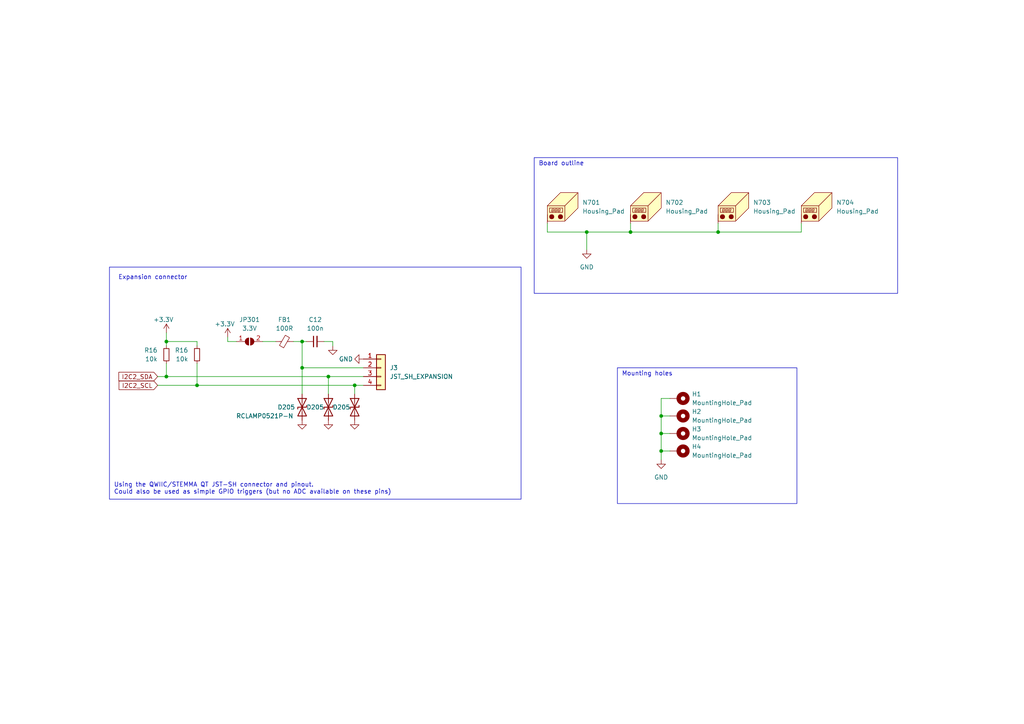
<source format=kicad_sch>
(kicad_sch (version 20231120) (generator "eeschema") (generator_version "8.0")
  (paper "A4")
  (lib_symbols
    (symbol "Connector_Generic:Conn_01x04" (pin_names (offset 1.016) hide)
      (property "Reference" "J" (at 0 5.08 0))
      (property "Value" "Conn_01x04" (at 0 -7.62 0))
      (symbol "Conn_01x04_1_1"
        (rectangle (start -1.27 -4.953) (end 0 -5.207) (stroke (width 0.1524)))
        (rectangle (start -1.27 -2.413) (end 0 -2.667) (stroke (width 0.1524)))
        (rectangle (start -1.27 0.127) (end 0 -0.127) (stroke (width 0.1524)))
        (rectangle (start -1.27 2.667) (end 0 2.413) (stroke (width 0.1524)))
        (rectangle (start -1.27 3.81) (end 1.27 -6.35) (stroke (width 0.254)) (fill (type background)))
        (pin passive line (at -5.08 2.54 0) (length 3.81) (name "Pin_1") (number "1"))
        (pin passive line (at -5.08 0 0) (length 3.81) (name "Pin_2") (number "2"))
        (pin passive line (at -5.08 -2.54 0) (length 3.81) (name "Pin_3") (number "3"))
        (pin passive line (at -5.08 -5.08 0) (length 3.81) (name "Pin_4") (number "4"))
      )
    )
    (symbol "Device:C_Small" (pin_numbers hide) (pin_names (offset 0.254) hide)
      (property "Reference" "C" (at 0.254 1.778 0))
      (property "Value" "C_Small" (at 0.254 -2.032 0))
      (symbol "C_Small_0_1"
        (polyline (pts (xy -1.524 -0.508) (xy 1.524 -0.508)) (stroke (width 0.3302)))
        (polyline (pts (xy -1.524 0.508) (xy 1.524 0.508)) (stroke (width 0.3048)))
      )
      (symbol "C_Small_1_1"
        (pin passive line (at 0 2.54 270) (length 2.032) (name "~") (number "1"))
        (pin passive line (at 0 -2.54 90) (length 2.032) (name "~") (number "2"))
      )
    )
    (symbol "Device:D_TVS" (pin_numbers hide) (pin_names (offset 1.016) hide)
      (property "Reference" "D" (at 0 2.54 0))
      (property "Value" "D_TVS" (at 0 -2.54 0))
      (symbol "D_TVS_0_1"
        (polyline (pts (xy 1.27 0) (xy -1.27 0)))
        (polyline (pts (xy 0.508 1.27) (xy 0 1.27) (xy 0 -1.27) (xy -0.508 -1.27)) (stroke (width 0.254)))
        (polyline (pts (xy -2.54 1.27) (xy -2.54 -1.27) (xy 2.54 1.27) (xy 2.54 -1.27) (xy -2.54 1.27)) (stroke (width 0.254)))
      )
      (symbol "D_TVS_1_1"
        (pin passive line (at -3.81 0 0) (length 2.54) (name "A1") (number "1"))
        (pin passive line (at 3.81 0 180) (length 2.54) (name "A2") (number "2"))
      )
    )
    (symbol "Device:FerriteBead_Small" (pin_numbers hide) (pin_names (offset 0))
      (property "Reference" "FB" (at 1.905 1.27 0))
      (property "Value" "FerriteBead_Small" (at 1.905 -1.27 0))
      (symbol "FerriteBead_Small_0_1"
        (polyline (pts (xy 0 -1.27) (xy 0 -0.7874)))
        (polyline (pts (xy 0 0.889) (xy 0 1.2954)))
        (polyline (pts (xy -1.8288 0.2794) (xy -1.1176 1.4986) (xy 1.8288 -0.2032) (xy 1.1176 -1.4224) (xy -1.8288 0.2794)))
      )
      (symbol "FerriteBead_Small_1_1"
        (pin passive line (at 0 2.54 270) (length 1.27) (name "~") (number "1"))
        (pin passive line (at 0 -2.54 90) (length 1.27) (name "~") (number "2"))
      )
    )
    (symbol "Device:R_Small" (pin_numbers hide) (pin_names (offset 0.254) hide)
      (property "Reference" "R" (at 0.762 0.508 0))
      (property "Value" "R_Small" (at 0.762 -1.016 0))
      (symbol "R_Small_0_1"
        (rectangle (start -0.762 1.778) (end 0.762 -1.778) (stroke (width 0.2032)))
      )
      (symbol "R_Small_1_1"
        (pin passive line (at 0 2.54 270) (length 0.762) (name "~") (number "1"))
        (pin passive line (at 0 -2.54 90) (length 0.762) (name "~") (number "2"))
      )
    )
    (symbol "Jumper:SolderJumper_2_Open" (pin_names (offset 0) hide)
      (property "Reference" "JP" (at 0 2.032 0))
      (property "Value" "SolderJumper_2_Open" (at 0 -2.54 0))
      (symbol "SolderJumper_2_Open_0_1"
        (arc (start -0.254 1.016) (mid -1.2656 0) (end -0.254 -1.016))
        (arc (start -0.254 1.016) (mid -1.2656 0) (end -0.254 -1.016) (fill (type outline)))
        (polyline (pts (xy -0.254 1.016) (xy -0.254 -1.016)))
        (polyline (pts (xy 0.254 1.016) (xy 0.254 -1.016)))
        (arc (start 0.254 -1.016) (mid 1.2656 0) (end 0.254 1.016))
        (arc (start 0.254 -1.016) (mid 1.2656 0) (end 0.254 1.016) (fill (type outline)))
      )
      (symbol "SolderJumper_2_Open_1_1"
        (pin passive line (at -3.81 0 0) (length 2.54) (name "A") (number "1"))
        (pin passive line (at 3.81 0 180) (length 2.54) (name "B") (number "2"))
      )
    )
    (symbol "Mechanical:Housing_Pad" (pin_numbers hide) (pin_names (offset 1.016) hide)
      (property "Reference" "N" (at 4.445 0 0))
      (property "Value" "Housing_Pad" (at 4.445 -1.905 0))
      (symbol "Housing_Pad_0_1"
        (rectangle (start -4.445 -0.635) (end -0.635 -1.905))
        (circle (center -3.81 -3.175) (radius 0.635) (fill (type outline)))
        (circle (center -1.27 -3.175) (radius 0.635) (fill (type outline)))
        (polyline (pts (xy -3.8862 -1.5748) (xy -3.8354 -1.3716)))
        (polyline (pts (xy -3.7846 -1.6764) (xy -3.429 -1.6764)))
        (polyline (pts (xy -3.7846 -1.2192) (xy -3.7338 -0.9652)))
        (polyline (pts (xy -3.683 -1.3208) (xy -3.3782 -1.3208)))
        (polyline (pts (xy -3.5814 -0.9144) (xy -3.2766 -0.9144)))
        (polyline (pts (xy -3.2766 -1.6256) (xy -3.2258 -1.3716)))
        (polyline (pts (xy -3.175 -1.2192) (xy -3.1242 -0.9652)))
        (polyline (pts (xy -2.9718 -1.5748) (xy -2.921 -1.3716)))
        (polyline (pts (xy -2.8702 -1.6764) (xy -2.5146 -1.6764)))
        (polyline (pts (xy -2.8702 -1.2192) (xy -2.8194 -0.9652)))
        (polyline (pts (xy -2.7686 -1.3208) (xy -2.4638 -1.3208)))
        (polyline (pts (xy -2.667 -0.9144) (xy -2.3622 -0.9144)))
        (polyline (pts (xy -2.3622 -1.6256) (xy -2.3114 -1.3716)))
        (polyline (pts (xy -2.2606 -1.2192) (xy -2.2098 -0.9652)))
        (polyline (pts (xy -2.0574 -1.5748) (xy -2.0066 -1.3716)))
        (polyline (pts (xy -1.9558 -1.6764) (xy -1.6002 -1.6764)))
        (polyline (pts (xy -1.9558 -1.2192) (xy -1.905 -0.9652)))
        (polyline (pts (xy -1.8542 -1.3208) (xy -1.5494 -1.3208)))
        (polyline (pts (xy -1.7526 -0.9144) (xy -1.4478 -0.9144)))
        (polyline (pts (xy -1.4478 -1.6256) (xy -1.397 -1.3716)))
        (polyline (pts (xy -1.3462 -1.2192) (xy -1.2954 -0.9652)))
        (polyline (pts (xy 0 0) (xy 0 -4.445)))
        (polyline (pts (xy -5.08 0) (xy 0 0) (xy 3.81 3.81)))
        (polyline (pts (xy -5.08 0) (xy -5.08 -4.445) (xy 0 -4.445) (xy 3.81 -0.635) (xy 3.81 3.81) (xy -1.27 3.81) (xy -5.08 0)) (fill (type background)))
      )
      (symbol "Housing_Pad_1_1"
        (pin input line (at -5.08 -5.08 90) (length 2.54) (name "PAD") (number "1"))
      )
    )
    (symbol "Mechanical:MountingHole_Pad" (pin_numbers hide) (pin_names (offset 1.016) hide)
      (property "Reference" "H" (at 0 6.35 0))
      (property "Value" "MountingHole_Pad" (at 0 4.445 0))
      (symbol "MountingHole_Pad_0_1"
        (circle (center 0 1.27) (radius 1.27) (stroke (width 1.27)))
      )
      (symbol "MountingHole_Pad_1_1"
        (pin input line (at 0 -2.54 90) (length 2.54) (name "1") (number "1"))
      )
    )
    (symbol "power:+3.3V" (power) (pin_names (offset 0))
      (property "Value" "+3.3V" (at 0 3.556 0))
      (symbol "+3.3V_0_1"
        (polyline (pts (xy -0.762 1.27) (xy 0 2.54)))
        (polyline (pts (xy 0 0) (xy 0 2.54)))
        (polyline (pts (xy 0 2.54) (xy 0.762 1.27)))
      )
      (symbol "+3.3V_1_1"
        (pin power_in line (at 0 0 90) (length 0) hide (name "+3.3V") (number "1"))
      )
    )
    (symbol "power:GND" (power) (pin_names (offset 0))
      (property "Value" "GND" (at 0 -3.81 0))
      (symbol "GND_0_1"
        (polyline (pts (xy 0 0) (xy 0 -1.27) (xy 1.27 -1.27) (xy 0 -2.54) (xy -1.27 -1.27) (xy 0 -1.27)))
      )
      (symbol "GND_1_1"
        (pin power_in line (at 0 0 270) (length 0) hide (name "GND") (number "1"))
      )
    )
  )
  (junction (at 182.88 67.31))
  (junction (at 191.77 120.65))
  (junction (at 95.25 109.22))
  (junction (at 102.87 111.76))
  (junction (at 57.15 111.76))
  (junction (at 208.28 67.31))
  (junction (at 87.63 99.06))
  (junction (at 191.77 130.81))
  (junction (at 170.18 67.31))
  (junction (at 191.77 125.73))
  (junction (at 87.63 106.68))
  (junction (at 48.26 109.22))
  (junction (at 48.26 99.06))
  (wire (pts (xy 208.28 64.77) (xy 208.28 67.31)))
  (wire (pts (xy 191.77 120.65) (xy 191.77 125.73)))
  (wire (pts (xy 76.2 99.06) (xy 80.01 99.06)))
  (wire (pts (xy 85.09 99.06) (xy 87.63 99.06)))
  (wire (pts (xy 191.77 130.81) (xy 194.31 130.81)))
  (wire (pts (xy 48.26 109.22) (xy 95.25 109.22)))
  (wire (pts (xy 170.18 67.31) (xy 170.18 72.39)))
  (wire (pts (xy 182.88 67.31) (xy 208.28 67.31)))
  (wire (pts (xy 170.18 67.31) (xy 182.88 67.31)))
  (wire (pts (xy 57.15 100.33) (xy 57.15 99.06)))
  (wire (pts (xy 57.15 111.76) (xy 102.87 111.76)))
  (wire (pts (xy 48.26 96.52) (xy 48.26 99.06)))
  (wire (pts (xy 232.41 64.77) (xy 232.41 67.31)))
  (wire (pts (xy 48.26 99.06) (xy 48.26 100.33)))
  (wire (pts (xy 57.15 105.41) (xy 57.15 111.76)))
  (wire (pts (xy 102.87 111.76) (xy 102.87 114.3)))
  (wire (pts (xy 93.98 99.06) (xy 96.52 99.06)))
  (wire (pts (xy 191.77 120.65) (xy 194.31 120.65)))
  (wire (pts (xy 66.04 99.06) (xy 68.58 99.06)))
  (wire (pts (xy 87.63 99.06) (xy 88.9 99.06)))
  (wire (pts (xy 191.77 130.81) (xy 191.77 133.35)))
  (wire (pts (xy 105.41 106.68) (xy 87.63 106.68)))
  (wire (pts (xy 95.25 109.22) (xy 95.25 114.3)))
  (wire (pts (xy 208.28 67.31) (xy 232.41 67.31)))
  (wire (pts (xy 191.77 115.57) (xy 191.77 120.65)))
  (wire (pts (xy 182.88 64.77) (xy 182.88 67.31)))
  (wire (pts (xy 158.75 64.77) (xy 158.75 67.31)))
  (wire (pts (xy 57.15 99.06) (xy 48.26 99.06)))
  (wire (pts (xy 96.52 99.06) (xy 96.52 100.33)))
  (wire (pts (xy 66.04 99.06) (xy 66.04 97.79)))
  (wire (pts (xy 87.63 106.68) (xy 87.63 99.06)))
  (wire (pts (xy 191.77 125.73) (xy 194.31 125.73)))
  (wire (pts (xy 102.87 111.76) (xy 105.41 111.76)))
  (wire (pts (xy 191.77 125.73) (xy 191.77 130.81)))
  (wire (pts (xy 194.31 115.57) (xy 191.77 115.57)))
  (wire (pts (xy 45.72 109.22) (xy 48.26 109.22)))
  (wire (pts (xy 158.75 67.31) (xy 170.18 67.31)))
  (wire (pts (xy 48.26 105.41) (xy 48.26 109.22)))
  (wire (pts (xy 87.63 106.68) (xy 87.63 114.3)))
  (wire (pts (xy 45.72 111.76) (xy 57.15 111.76)))
  (wire (pts (xy 95.25 109.22) (xy 105.41 109.22)))
  (rectangle (start 179.07 106.68) (end 231.14 146.05))
  (rectangle (start 154.94 45.72) (end 260.35 85.09))
  (rectangle (start 31.75 77.47) (end 151.13 144.78))
  (text "Mounting holes" (at 180.34 109.22 0) (effects (font (size 1.27 1.27)) (justify left bottom)))
  (text "Expansion connector" (at 34.29 81.28 0) (effects (font (size 1.27 1.27)) (justify left bottom)))
  (text "Using the QWIIC/STEMMA QT JST-SH connector and pinout.\nCould also be used as simple GPIO triggers (but no ADC available on these pins)" (at 33.02 143.51 0) (effects (font (size 1.27 1.27)) (justify left bottom)))
  (text "Board outline" (at 156.21 48.26 0) (effects (font (size 1.27 1.27)) (justify left bottom)))
  (global_label "I2C2_SDA" (shape input) (at 45.72 109.22 180) (property "Intersheetrefs" "${INTERSHEET_REFS}" (effects (hide yes))))
  (global_label "I2C2_SCL" (shape input) (at 45.72 111.76 180) (property "Intersheetrefs" "${INTERSHEET_REFS}" (effects (hide yes))))
  (symbol (lib_id "power:GND") (at 105.41 104.14 270) (unit 1)
    (property "Reference" "#PWR030" (effects (hide yes)))
    (property "Value" "GND" (at 100.33 104.14 90))
    (instances (project "STM32F4_REV2" (path "" (reference "#PWR030") (unit 1))) (project "CloverIMU_REV2" (path "" (reference "#PWR0707") (unit 1))))
  )
  (symbol (lib_id "power:+3.3V") (at 48.26 96.52 0) (unit 1)
    (property "Reference" "#PWR03" (effects (hide yes)))
    (property "Value" "+3.3V" (at 44.45 92.71 0) (effects (justify left)))
    (instances (project "CloverIMU_REV2" (path "" (reference "#PWR03") (unit 1)) (path "" (reference "#PWR0701") (unit 1)) (path "" (reference "#PWR042") (unit 1))))
  )
  (symbol (lib_id "Device:R_Small") (at 57.15 102.87 0) (mirror y) (unit 1)
    (property "Reference" "R16" (at 54.61 101.6 0) (effects (justify left)))
    (property "Value" "10k" (at 54.61 104.14 0) (effects (justify left)))
    (property "Footprint" "Resistor_SMD:R_0402_1005Metric" (effects (hide yes)))
    (property "LCSC" "C25744" (effects (hide yes)))
    (instances (project "CloverIMU_REV2" (path "" (reference "R16") (unit 1)) (path "" (reference "R303") (unit 1)) (path "" (reference "R702") (unit 1))))
  )
  (symbol (lib_id "Device:C_Small") (at 91.44 99.06 90) (unit 1)
    (property "Reference" "C12" (at 91.4463 92.71 90))
    (property "Value" "100n" (at 91.4463 95.25 90))
    (property "Footprint" "Capacitor_SMD:C_0402_1005Metric" (effects (hide yes)))
    (property "LCSC" "C1525" (effects (hide yes)))
    (instances (project "CloverIMU_REV2" (path "" (reference "C12") (unit 1)) (path "" (reference "C?") (unit 1)) (path "" (reference "C701") (unit 1))))
  )
  (symbol (lib_id "power:GND") (at 87.63 121.92 0) (unit 1)
    (property "Reference" "#PWR030" (effects (hide yes)))
    (property "Value" "GND" (effects (hide yes)))
    (instances (project "STM32F4_REV2" (path "" (reference "#PWR030") (unit 1))) (project "CloverIMU_REV2" (path "" (reference "#PWR0703") (unit 1))))
  )
  (symbol (lib_id "power:GND") (at 191.77 133.35 0) (unit 1)
    (property "Reference" "#PWR035" (effects (hide yes)))
    (property "Value" "GND" (at 191.77 138.43 0))
    (instances (project "CloverIMU_REV2" (path "" (reference "#PWR035") (unit 1)) (path "" (reference "#PWR0709") (unit 1))))
  )
  (symbol (lib_id "power:GND") (at 170.18 72.39 0) (unit 1)
    (property "Reference" "#PWR035" (effects (hide yes)))
    (property "Value" "GND" (at 170.18 77.47 0))
    (instances (project "CloverIMU_REV2" (path "" (reference "#PWR035") (unit 1)) (path "" (reference "#PWR0708") (unit 1))))
  )
  (symbol (lib_id "Jumper:SolderJumper_2_Open") (at 72.39 99.06 0) (unit 1) (in_bom no)
    (property "Reference" "JP301" (at 72.39 92.71 0))
    (property "Value" "3.3V" (at 72.39 95.25 0))
    (property "Footprint" "Jumper:SolderJumper-2_P1.3mm_Open_RoundedPad1.0x1.5mm" (effects (hide yes)))
    (instances (project "CloverIMU_REV2" (path "" (reference "JP301") (unit 1)) (path "" (reference "JP701") (unit 1))))
  )
  (symbol (lib_id "Mechanical:MountingHole_Pad") (at 196.85 125.73 270) (unit 1) (in_bom no)
    (property "Reference" "H3" (at 200.66 124.46 90) (effects (justify left)))
    (property "Value" "MountingHole_Pad" (at 200.66 127 90) (effects (justify left)))
    (property "Footprint" "MountingHole:MountingHole_2.2mm_M2_Pad" (effects (hide yes)))
    (instances (project "CloverIMU_REV2" (path "" (reference "H3") (unit 1)) (path "" (reference "H703") (unit 1))))
  )
  (symbol (lib_id "power:GND") (at 95.25 121.92 0) (unit 1)
    (property "Reference" "#PWR030" (effects (hide yes)))
    (property "Value" "GND" (effects (hide yes)))
    (instances (project "STM32F4_REV2" (path "" (reference "#PWR030") (unit 1))) (project "CloverIMU_REV2" (path "" (reference "#PWR0704") (unit 1))))
  )
  (symbol (lib_id "Mechanical:MountingHole_Pad") (at 196.85 130.81 270) (unit 1) (in_bom no)
    (property "Reference" "H4" (at 200.66 129.54 90) (effects (justify left)))
    (property "Value" "MountingHole_Pad" (at 200.66 132.08 90) (effects (justify left)))
    (property "Footprint" "MountingHole:MountingHole_2.2mm_M2_Pad" (effects (hide yes)))
    (instances (project "CloverIMU_REV2" (path "" (reference "H4") (unit 1)) (path "" (reference "H704") (unit 1))))
  )
  (symbol (lib_id "Device:R_Small") (at 48.26 102.87 0) (mirror y) (unit 1)
    (property "Reference" "R16" (at 45.72 101.6 0) (effects (justify left)))
    (property "Value" "10k" (at 45.72 104.14 0) (effects (justify left)))
    (property "Footprint" "Resistor_SMD:R_0402_1005Metric" (effects (hide yes)))
    (property "LCSC" "C25744" (effects (hide yes)))
    (instances (project "CloverIMU_REV2" (path "" (reference "R16") (unit 1)) (path "" (reference "R303") (unit 1)) (path "" (reference "R701") (unit 1))))
  )
  (symbol (lib_id "Mechanical:MountingHole_Pad") (at 196.85 115.57 270) (unit 1) (in_bom no)
    (property "Reference" "H1" (at 200.66 114.3 90) (effects (justify left)))
    (property "Value" "MountingHole_Pad" (at 200.66 116.84 90) (effects (justify left)))
    (property "Footprint" "MountingHole:MountingHole_2.2mm_M2_Pad" (effects (hide yes)))
    (instances (project "CloverIMU_REV2" (path "" (reference "H1") (unit 1)) (path "" (reference "H701") (unit 1))))
  )
  (symbol (lib_id "Mechanical:MountingHole_Pad") (at 196.85 120.65 270) (unit 1) (in_bom no)
    (property "Reference" "H2" (at 200.66 119.38 90) (effects (justify left)))
    (property "Value" "MountingHole_Pad" (at 200.66 121.92 90) (effects (justify left)))
    (property "Footprint" "MountingHole:MountingHole_2.2mm_M2_Pad" (effects (hide yes)))
    (instances (project "CloverIMU_REV2" (path "" (reference "H2") (unit 1)) (path "" (reference "H702") (unit 1))))
  )
  (symbol (lib_id "Mechanical:Housing_Pad") (at 213.36 59.69 0) (unit 1) (in_bom no)
    (property "Reference" "N703" (at 218.44 58.7375 0) (effects (justify left)))
    (property "Value" "Housing_Pad" (at 218.44 61.2775 0) (effects (justify left)))
    (property "Footprint" "AccelerometerEval:Board_Outline" (effects (hide yes)))
  )
  (symbol (lib_id "power:GND") (at 102.87 121.92 0) (unit 1)
    (property "Reference" "#PWR030" (effects (hide yes)))
    (property "Value" "GND" (effects (hide yes)))
    (instances (project "STM32F4_REV2" (path "" (reference "#PWR030") (unit 1))) (project "CloverIMU_REV2" (path "" (reference "#PWR0706") (unit 1))))
  )
  (symbol (lib_id "Device:D_TVS") (at 102.87 118.11 90) (mirror x) (unit 1)
    (property "Reference" "D205" (at 101.6 118.11 90) (effects (justify left)))
    (property "Value" "RCLAMP0521P-N" (effects (hide yes)))
    (property "Footprint" "Diode_SMD:D_0402_1005Metric" (effects (hide yes)))
    (property "LCSC" "C316043" (effects (hide yes)))
    (instances (project "BluePhil" (path "" (reference "D205") (unit 1))) (project "CloverIMU_REV2" (path "" (reference "D?") (unit 1)) (path "" (reference "D5") (unit 1)) (path "" (reference "D703") (unit 1)) (path "" (reference "D?") (unit 1))))
  )
  (symbol (lib_id "power:+3.3V") (at 66.04 97.79 0) (unit 1)
    (property "Reference" "#PWR03" (effects (hide yes)))
    (property "Value" "+3.3V" (at 62.23 93.98 0) (effects (justify left)))
    (instances (project "CloverIMU_REV2" (path "" (reference "#PWR03") (unit 1)) (path "" (reference "#PWR0702") (unit 1)) (path "" (reference "#PWR042") (unit 1))))
  )
  (symbol (lib_id "Mechanical:Housing_Pad") (at 163.83 59.69 0) (unit 1) (in_bom no)
    (property "Reference" "N701" (at 168.91 58.7375 0) (effects (justify left)))
    (property "Value" "Housing_Pad" (at 168.91 61.2775 0) (effects (justify left)))
    (property "Footprint" "AccelerometerEval:Board_Outline" (effects (hide yes)))
  )
  (symbol (lib_id "Device:D_TVS") (at 95.25 118.11 90) (mirror x) (unit 1)
    (property "Reference" "D205" (at 93.98 118.11 90) (effects (justify left)))
    (property "Value" "RCLAMP0521P-N" (effects (hide yes)))
    (property "Footprint" "Diode_SMD:D_0402_1005Metric" (effects (hide yes)))
    (property "LCSC" "C316043" (effects (hide yes)))
    (instances (project "BluePhil" (path "" (reference "D205") (unit 1))) (project "CloverIMU_REV2" (path "" (reference "D?") (unit 1)) (path "" (reference "D5") (unit 1)) (path "" (reference "D702") (unit 1)) (path "" (reference "D?") (unit 1))))
  )
  (symbol (lib_id "Connector_Generic:Conn_01x04") (at 110.49 106.68 0) (unit 1)
    (property "Reference" "J3" (at 113.03 106.68 0) (effects (justify left)))
    (property "Value" "JST_SH_EXPANSION" (at 113.03 109.22 0) (effects (justify left)))
    (property "Footprint" "Connector_JST:JST_SH_SM04B-SRSS-TB_1x04-1MP_P1.00mm_Horizontal" (effects (hide yes)))
    (property "LCSC" "C160404" (effects (hide yes)))
    (instances (project "STM32F4_REV2" (path "" (reference "J3") (unit 1))) (project "CloverIMU_REV2" (path "" (reference "J701") (unit 1))))
  )
  (symbol (lib_id "Mechanical:Housing_Pad") (at 237.49 59.69 0) (unit 1) (in_bom no)
    (property "Reference" "N704" (at 242.57 58.7375 0) (effects (justify left)))
    (property "Value" "Housing_Pad" (at 242.57 61.2775 0) (effects (justify left)))
    (property "Footprint" "AccelerometerEval:Board_Outline" (effects (hide yes)))
  )
  (symbol (lib_id "Device:FerriteBead_Small") (at 82.55 99.06 90) (unit 1)
    (property "Reference" "FB1" (at 82.5119 92.71 90))
    (property "Value" "100R" (at 82.5119 95.25 90))
    (property "Footprint" "Inductor_SMD:L_0603_1608Metric" (effects (hide yes)))
    (property "LCSC" "C1002" (effects (hide yes)))
    (instances (project "CloverIMU_REV2" (path "" (reference "FB1") (unit 1)) (path "" (reference "FB701") (unit 1)) (path "" (reference "FB2") (unit 1))))
  )
  (symbol (lib_id "power:GND") (at 96.52 100.33 0) (unit 1)
    (property "Reference" "#PWR030" (effects (hide yes)))
    (property "Value" "GND" (effects (hide yes)))
    (instances (project "STM32F4_REV2" (path "" (reference "#PWR030") (unit 1))) (project "CloverIMU_REV2" (path "" (reference "#PWR0705") (unit 1))))
  )
  (symbol (lib_id "Device:D_TVS") (at 87.63 118.11 90) (mirror x) (unit 1)
    (property "Reference" "D205" (at 85.598 118.11 90) (effects (justify left)))
    (property "Value" "RCLAMP0521P-N" (at 85.09 120.65 90) (effects (justify left)))
    (property "Footprint" "Diode_SMD:D_0402_1005Metric" (effects (hide yes)))
    (property "LCSC" "C316043" (effects (hide yes)))
    (instances (project "BluePhil" (path "" (reference "D205") (unit 1))) (project "CloverIMU_REV2" (path "" (reference "D?") (unit 1)) (path "" (reference "D5") (unit 1)) (path "" (reference "D701") (unit 1)) (path "" (reference "D?") (unit 1))))
  )
  (symbol (lib_id "Mechanical:Housing_Pad") (at 187.96 59.69 0) (unit 1) (in_bom no)
    (property "Reference" "N702" (at 193.04 58.7375 0) (effects (justify left)))
    (property "Value" "Housing_Pad" (at 193.04 61.2775 0) (effects (justify left)))
    (property "Footprint" "AccelerometerEval:Board_Outline" (effects (hide yes)))
  )
)
</source>
